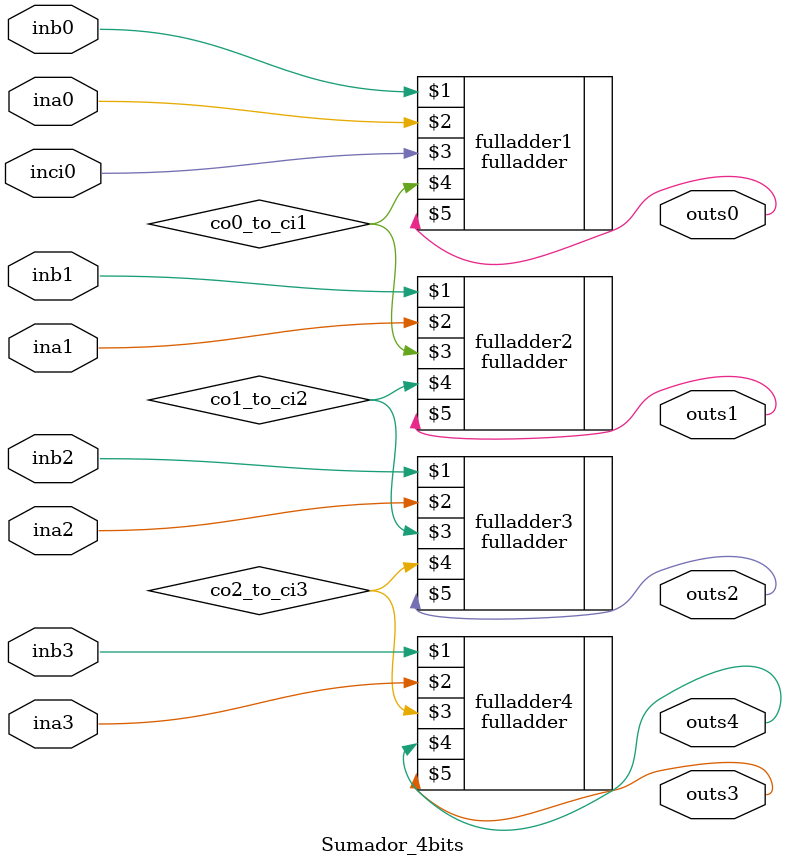
<source format=v>
module Sumador_4bits (
  input inb3, inb2, inb1, inb0,ina3, ina2, ina1, ina0, inci0, 
  output outs4, outs3, outs2, outs1, outs0 
 );
  // Declaración de señales
wire co0_to_ci1; // Un cable del cout del sumador 1 al cin del sumador2
wire co1_to_ci2; // Un cable del cout del sumador 2 al cin del sumador3
wire co2_to_ci3; // Un cable del cout del sumador 3 al cin del sumador4

// Declaración de submodules
// fulladder(in_b, in_a, in_ci,out_co, out_s)
fulladder fulladder1(inb0, ina0,   inci0,       co0_to_ci1,  outs0);
fulladder fulladder2(inb1, ina1,   co0_to_ci1,  co1_to_ci2,  outs1);
fulladder fulladder3(inb2, ina2,   co1_to_ci2,  co2_to_ci3,  outs2);
fulladder fulladder4(inb3, ina3,   co2_to_ci3,  outs4,       outs3);

endmodule

</source>
